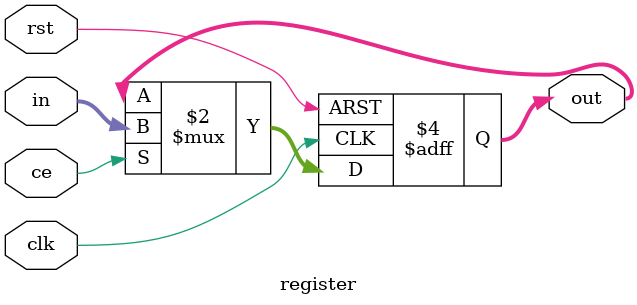
<source format=sv>


module register#(
    parameter int WIDTH = 8
)(
    input logic clk,
    input logic rst,
    input logic ce,
    input logic [WIDTH-1:0] in,
    output logic [WIDTH-1:0] out 
);

always_ff@(posedge clk or posedge rst)begin
    if(rst)
        out <= 'd0;
    else if(ce)
        out <= in;
end

endmodule
</source>
